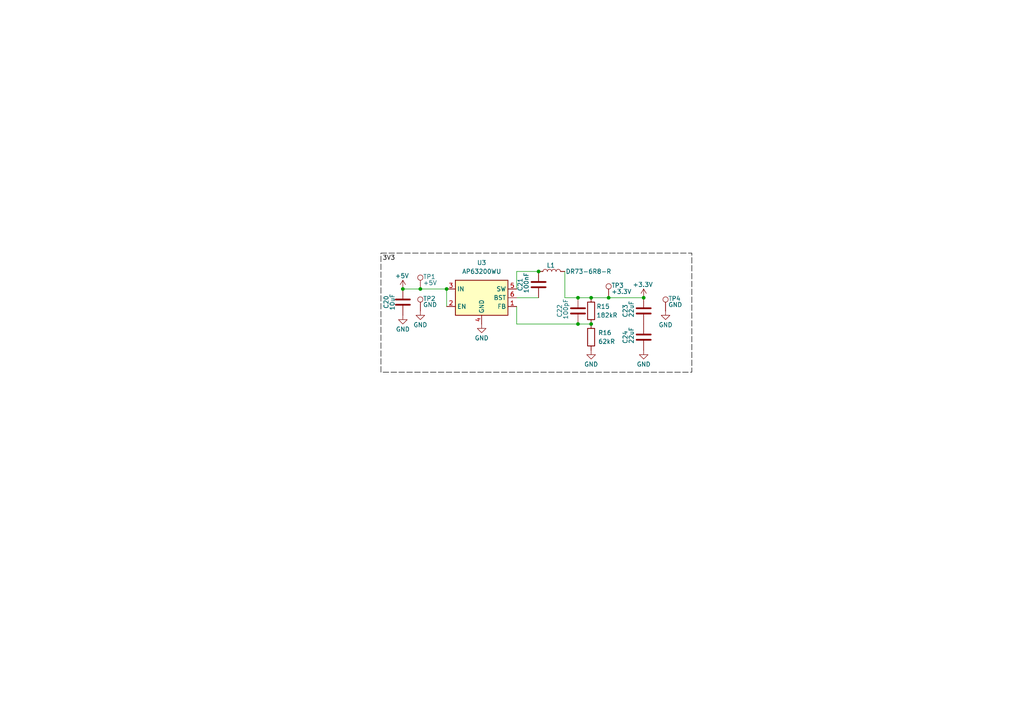
<source format=kicad_sch>
(kicad_sch (version 20250114) (generator "eeschema") (generator_version "9.0")
  (paper "A4")
  (title_block (title "IoT Logger A - Power Management") (date "2026-01-24") (rev "1.0") (company "Piotr Kłyś"))
  (lib_symbols
    (symbol "Connector:TestPoint" (pin_numbers (hide yes)) (pin_names (offset 0.762) (hide yes))
      (property "Reference" "TP" (at 0 6.858 0))
      (property "Value" "TestPoint" (at 0 5.08 0))
      (symbol "TestPoint_0_1"
        (circle (center 0 3.302) (radius 0.762))
      )
      (symbol "TestPoint_1_1"
        (pin passive line (at 0 0 90) (length 2.54) (name "1") (number "1"))
      )
    )
    (symbol "Device:C" (pin_numbers (hide yes)) (pin_names (offset 0.254))
      (property "Reference" "C" (at 0.635 2.54 0))
      (property "Value" "C" (at 0.635 -2.54 0))
      (symbol "C_0_1"
        (polyline (pts (xy -2.032 0.762) (xy 2.032 0.762)) (stroke (width 0.508)))
        (polyline (pts (xy -2.032 -0.762) (xy 2.032 -0.762)) (stroke (width 0.508)))
      )
      (symbol "C_1_1"
        (pin passive line (at 0 3.81 270) (length 2.794) (name "~") (number "1"))
        (pin passive line (at 0 -3.81 90) (length 2.794) (name "~") (number "2"))
      )
    )
    (symbol "Device:L" (pin_numbers (hide yes)) (pin_names (offset 1.016) (hide yes))
      (property "Reference" "L" (at -1.27 0 90))
      (property "Value" "L" (at 1.905 0 90))
      (symbol "L_0_1"
        (arc (start 0 2.54) (mid 0.6323 1.905) (end 0 1.27))
        (arc (start 0 1.27) (mid 0.6323 0.635) (end 0 0))
        (arc (start 0 0) (mid 0.6323 -0.635) (end 0 -1.27))
        (arc (start 0 -1.27) (mid 0.6323 -1.905) (end 0 -2.54))
      )
      (symbol "L_1_1"
        (pin passive line (at 0 3.81 270) (length 1.27) (name "1") (number "1"))
        (pin passive line (at 0 -3.81 90) (length 1.27) (name "2") (number "2"))
      )
    )
    (symbol "Device:R" (pin_numbers (hide yes)) (pin_names (offset 0))
      (property "Reference" "R" (at 2.032 0 90))
      (property "Value" "R" (at 0 0 90))
      (symbol "R_0_1"
        (rectangle (start -1.016 -2.54) (end 1.016 2.54) (stroke (width 0.254)))
      )
      (symbol "R_1_1"
        (pin passive line (at 0 3.81 270) (length 1.27) (name "~") (number "1"))
        (pin passive line (at 0 -3.81 90) (length 1.27) (name "~") (number "2"))
      )
    )
    (symbol "Regulator_Switching:AP63200WU"
      (property "Reference" "U" (at -7.62 6.35 0))
      (property "Value" "AP63200WU" (at 2.54 6.35 0))
      (symbol "AP63200WU_0_1"
        (rectangle (start -7.62 5.08) (end 7.62 -5.08) (stroke (width 0.254)) (fill (type background)))
      )
      (symbol "AP63200WU_1_1"
        (pin power_in line (at -10.16 2.54 0) (length 2.54) (name "IN") (number "3"))
        (pin input line (at -10.16 -2.54 0) (length 2.54) (name "EN") (number "2"))
        (pin power_in line (at 0 -7.62 90) (length 2.54) (name "GND") (number "4"))
        (pin output line (at 10.16 2.54 180) (length 2.54) (name "SW") (number "5"))
        (pin passive line (at 10.16 0 180) (length 2.54) (name "BST") (number "6"))
        (pin input line (at 10.16 -2.54 180) (length 2.54) (name "FB") (number "1"))
      )
    )
    (symbol "power:+3.3V" (power) (pin_numbers (hide yes)) (pin_names (offset 0) (hide yes))
      (property "Value" "+3.3V" (at 0 3.556 0))
      (symbol "+3.3V_0_1"
        (polyline (pts (xy -0.762 1.27) (xy 0 2.54)))
        (polyline (pts (xy 0 2.54) (xy 0.762 1.27)))
        (polyline (pts (xy 0 0) (xy 0 2.54)))
      )
      (symbol "+3.3V_1_1"
        (pin power_in line (at 0 0 90) (length 0) (name "~") (number "1"))
      )
    )
    (symbol "power:GND" (power) (pin_numbers (hide yes)) (pin_names (offset 0) (hide yes))
      (property "Value" "GND" (at 0 -3.81 0))
      (symbol "GND_0_1"
        (polyline (pts (xy 0 0) (xy 0 -1.27) (xy 1.27 -1.27) (xy 0 -2.54) (xy -1.27 -1.27) (xy 0 -1.27)))
      )
      (symbol "GND_1_1"
        (pin power_in line (at 0 0 270) (length 0) (name "~") (number "1"))
      )
    )
  )
  (rectangle (start 110.49 73.406) (end 200.66 107.95) (stroke (width 0) (type dash) (color 0 0 0 1)))
  (text "3V3" (at 112.776 74.93 0) (effects (font (size 1.27 1.27))))
  (junction (at 167.64 86.36))
  (junction (at 186.69 86.36))
  (junction (at 129.54 83.82))
  (junction (at 121.92 83.82))
  (junction (at 171.45 93.98))
  (junction (at 167.64 93.98))
  (junction (at 156.21 78.74))
  (junction (at 176.53 86.36))
  (junction (at 116.84 83.82))
  (junction (at 171.45 86.36))
  (wire (pts (xy 149.86 78.74) (xy 156.21 78.74)))
  (wire (pts (xy 163.83 86.36) (xy 167.64 86.36)))
  (wire (pts (xy 129.54 83.82) (xy 129.54 88.9)))
  (wire (pts (xy 167.64 93.98) (xy 171.45 93.98)))
  (wire (pts (xy 116.84 83.82) (xy 121.92 83.82)))
  (wire (pts (xy 176.53 86.36) (xy 186.69 86.36)))
  (wire (pts (xy 149.86 93.98) (xy 149.86 88.9)))
  (wire (pts (xy 163.83 78.74) (xy 163.83 86.36)))
  (wire (pts (xy 149.86 93.98) (xy 167.64 93.98)))
  (wire (pts (xy 167.64 86.36) (xy 171.45 86.36)))
  (wire (pts (xy 149.86 83.82) (xy 149.86 78.74)))
  (wire (pts (xy 171.45 86.36) (xy 176.53 86.36)))
  (wire (pts (xy 149.86 86.36) (xy 156.21 86.36)))
  (wire (pts (xy 121.92 83.82) (xy 129.54 83.82)))
  (symbol (lib_id "power:GND") (at 139.7 93.98 0) (unit 1)
    (property "Reference" "#PWR040" (effects (hide yes)))
    (property "Value" "GND" (at 139.7 98.044 0))
    (property "Description" "Power symbol creates a global label with name \"GND\" , ground" (effects (hide yes)))
  )
  (symbol (lib_id "Connector:TestPoint") (at 121.92 90.17 0) (unit 1)
    (property "Reference" "TP2" (at 122.682 86.614 0) (effects (justify left)))
    (property "Value" "GND" (at 122.682 88.392 0) (effects (justify left)))
    (property "Footprint" "TestPoint:TestPoint_Pad_D1.5mm" (effects (hide yes)))
    (property "Description" "test point" (effects (hide yes)))
  )
  (symbol (lib_id "Device:L") (at 160.02 78.74 90) (unit 1)
    (property "Reference" "L1" (at 159.766 76.962 90))
    (property "Value" "DR73-6R8-R" (at 170.688 78.74 90))
    (property "Footprint" "Inductor_SMD:L_7.3x7.3_H3.5" (effects (hide yes)))
    (property "Description" "Inductor" (effects (hide yes)))
  )
  (symbol (lib_id "Device:C") (at 186.69 90.17 0) (unit 1)
    (property "Reference" "C23" (at 181.356 90.17 90))
    (property "Value" "22uF" (at 183.134 89.662 90))
    (property "Footprint" "Capacitor_SMD:C_1206_3216Metric" (effects (hide yes)))
    (property "Description" "Unpolarized capacitor" (effects (hide yes)))
  )
  (symbol (lib_id "power:+3.3V") (at 116.84 83.82 0) (unit 1)
    (property "Reference" "#PWR038" (effects (hide yes)))
    (property "Value" "+5V" (at 116.586 80.01 0))
    (property "Description" "Power symbol creates a global label with name \"+3.3V\"" (effects (hide yes)))
  )
  (symbol (lib_id "Device:R") (at 171.45 90.17 0) (unit 1)
    (property "Reference" "R15" (at 172.974 88.9 0) (effects (justify left)))
    (property "Value" "182kR" (at 172.974 91.44 0) (effects (justify left)))
    (property "Footprint" "Resistor_SMD:R_0805_2012Metric" (effects (hide yes)))
    (property "Description" "Resistor" (effects (hide yes)))
  )
  (symbol (lib_id "Connector:TestPoint") (at 193.04 90.17 0) (unit 1)
    (property "Reference" "TP4" (at 193.802 86.614 0) (effects (justify left)))
    (property "Value" "GND" (at 193.802 88.392 0) (effects (justify left)))
    (property "Footprint" "TestPoint:TestPoint_Pad_D1.5mm" (effects (hide yes)))
    (property "Description" "test point" (effects (hide yes)))
  )
  (symbol (lib_id "power:GND") (at 193.04 90.17 0) (unit 1)
    (property "Reference" "#PWR091" (effects (hide yes)))
    (property "Value" "GND" (at 193.04 94.234 0))
    (property "Description" "Power symbol creates a global label with name \"GND\" , ground" (effects (hide yes)))
  )
  (symbol (lib_id "power:GND") (at 121.92 90.17 0) (unit 1)
    (property "Reference" "#PWR090" (effects (hide yes)))
    (property "Value" "GND" (at 121.92 94.234 0))
    (property "Description" "Power symbol creates a global label with name \"GND\" , ground" (effects (hide yes)))
  )
  (symbol (lib_id "Device:C") (at 186.69 97.79 0) (unit 1)
    (property "Reference" "C24" (at 181.356 97.79 90))
    (property "Value" "22uF" (at 183.134 97.282 90))
    (property "Footprint" "Capacitor_SMD:C_1206_3216Metric" (effects (hide yes)))
    (property "Description" "Unpolarized capacitor" (effects (hide yes)))
  )
  (symbol (lib_id "Connector:TestPoint") (at 121.92 83.82 0) (unit 1)
    (property "Reference" "TP1" (at 122.682 80.264 0) (effects (justify left)))
    (property "Value" "+5V" (at 122.682 82.042 0) (effects (justify left)))
    (property "Footprint" "TestPoint:TestPoint_Pad_D1.5mm" (effects (hide yes)))
    (property "Description" "test point" (effects (hide yes)))
  )
  (symbol (lib_id "Connector:TestPoint") (at 176.53 86.36 0) (unit 1)
    (property "Reference" "TP3" (at 177.292 82.804 0) (effects (justify left)))
    (property "Value" "+3.3V" (at 177.292 84.582 0) (effects (justify left)))
    (property "Footprint" "TestPoint:TestPoint_Pad_D1.5mm" (effects (hide yes)))
    (property "Description" "test point" (effects (hide yes)))
  )
  (symbol (lib_id "Device:C") (at 156.21 82.55 0) (unit 1)
    (property "Reference" "C21" (at 150.876 82.55 90))
    (property "Value" "100nF" (at 152.654 82.042 90))
    (property "Footprint" "Capacitor_SMD:C_0805_2012Metric" (effects (hide yes)))
    (property "Description" "Unpolarized capacitor" (effects (hide yes)))
  )
  (symbol (lib_id "power:+3.3V") (at 186.69 86.36 0) (unit 1)
    (property "Reference" "#PWR042" (effects (hide yes)))
    (property "Value" "+3.3V" (at 186.436 82.55 0))
    (property "Description" "Power symbol creates a global label with name \"+3.3V\"" (effects (hide yes)))
  )
  (symbol (lib_id "Regulator_Switching:AP63200WU") (at 139.7 86.36 0) (unit 1)
    (property "Reference" "U3" (at 139.7 76.2 0))
    (property "Value" "AP63200WU" (at 139.7 78.74 0))
    (property "Footprint" "Package_TO_SOT_SMD:TSOT-23-6" (effects (hide yes)))
    (property "Datasheet" "https://www.diodes.com/assets/Datasheets/AP63200-AP63201-AP63203-AP63205.pdf" (effects (hide yes)))
    (property "Description" "2A, 500kHz Buck DC/DC Converter, adjustable output voltage, TSOT-23-6" (effects (hide yes)))
  )
  (symbol (lib_id "Device:C") (at 116.84 87.63 0) (unit 1)
    (property "Reference" "C20" (at 112.014 87.63 90))
    (property "Value" "10uF" (at 113.792 87.63 90))
    (property "Footprint" "Capacitor_SMD:C_1206_3216Metric" (effects (hide yes)))
    (property "Description" "Unpolarized capacitor" (effects (hide yes)))
  )
  (symbol (lib_id "Device:R") (at 171.45 97.79 0) (unit 1)
    (property "Reference" "R16" (at 173.482 96.52 0) (effects (justify left)))
    (property "Value" "62kR" (at 173.482 99.06 0) (effects (justify left)))
    (property "Footprint" "Resistor_SMD:R_0805_2012Metric" (effects (hide yes)))
    (property "Description" "Resistor" (effects (hide yes)))
  )
  (symbol (lib_id "power:GND") (at 186.69 101.6 0) (unit 1)
    (property "Reference" "#PWR043" (effects (hide yes)))
    (property "Value" "GND" (at 186.69 105.664 0))
    (property "Description" "Power symbol creates a global label with name \"GND\" , ground" (effects (hide yes)))
  )
  (symbol (lib_id "power:GND") (at 171.45 101.6 0) (unit 1)
    (property "Reference" "#PWR041" (effects (hide yes)))
    (property "Value" "GND" (at 171.45 105.664 0))
    (property "Description" "Power symbol creates a global label with name \"GND\" , ground" (effects (hide yes)))
  )
  (symbol (lib_id "Device:C") (at 167.64 90.17 0) (unit 1)
    (property "Reference" "C22" (at 162.306 90.17 90))
    (property "Value" "100pF" (at 164.084 89.662 90))
    (property "Footprint" "Capacitor_SMD:C_0805_2012Metric" (effects (hide yes)))
    (property "Description" "Unpolarized capacitor" (effects (hide yes)))
  )
  (symbol (lib_id "power:GND") (at 116.84 91.44 0) (unit 1)
    (property "Reference" "#PWR039" (effects (hide yes)))
    (property "Value" "GND" (at 116.84 95.504 0))
    (property "Description" "Power symbol creates a global label with name \"GND\" , ground" (effects (hide yes)))
  )
)
</source>
